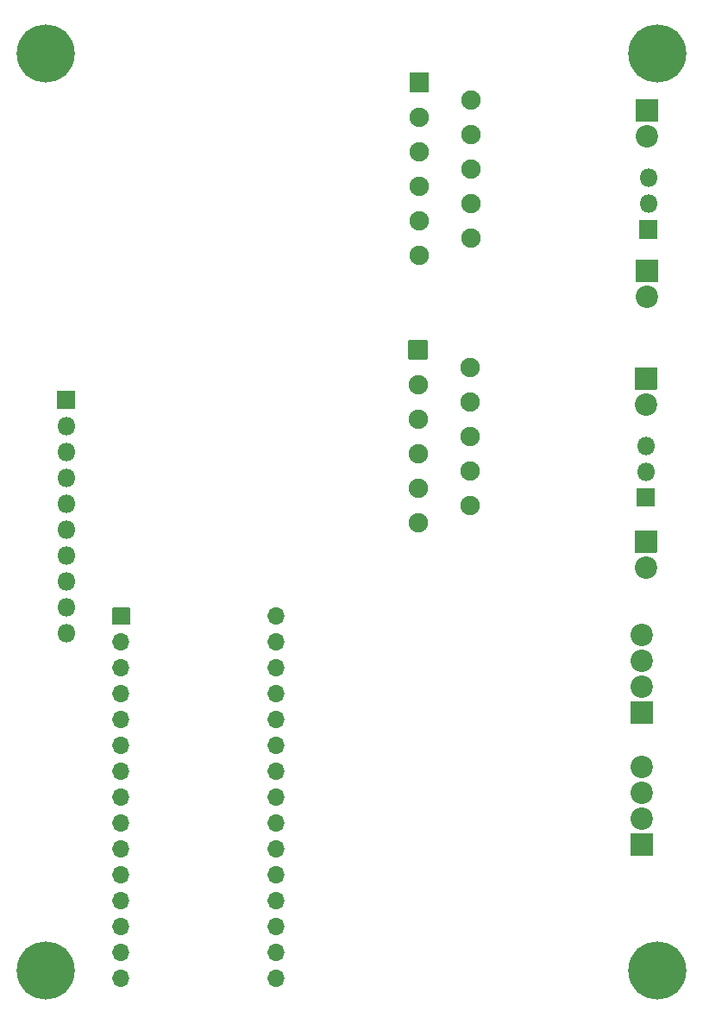
<source format=gbr>
%TF.GenerationSoftware,KiCad,Pcbnew,5.1.10-1.fc34*%
%TF.CreationDate,2021-06-08T11:51:25-04:00*%
%TF.ProjectId,BREAD_Slice,42524541-445f-4536-9c69-63652e6b6963,rev?*%
%TF.SameCoordinates,Original*%
%TF.FileFunction,Soldermask,Top*%
%TF.FilePolarity,Negative*%
%FSLAX46Y46*%
G04 Gerber Fmt 4.6, Leading zero omitted, Abs format (unit mm)*
G04 Created by KiCad (PCBNEW 5.1.10-1.fc34) date 2021-06-08 11:51:25*
%MOMM*%
%LPD*%
G01*
G04 APERTURE LIST*
%ADD10O,1.900000X1.900000*%
%ADD11O,1.700000X1.700000*%
%ADD12C,2.200000*%
%ADD13O,1.800000X1.800000*%
%ADD14C,5.700000*%
G04 APERTURE END LIST*
D10*
%TO.C,U2*%
X164256000Y-64636000D03*
X169336000Y-62936000D03*
X164256000Y-61236000D03*
X169336000Y-59536000D03*
X164256000Y-57836000D03*
X169336000Y-56136000D03*
X164256000Y-54436000D03*
X169336000Y-52736000D03*
X164256000Y-51036000D03*
X169336000Y-49336000D03*
G36*
G01*
X163356000Y-46686000D02*
X165156000Y-46686000D01*
G75*
G02*
X165206000Y-46736000I0J-50000D01*
G01*
X165206000Y-48536000D01*
G75*
G02*
X165156000Y-48586000I-50000J0D01*
G01*
X163356000Y-48586000D01*
G75*
G02*
X163306000Y-48536000I0J50000D01*
G01*
X163306000Y-46736000D01*
G75*
G02*
X163356000Y-46686000I50000J0D01*
G01*
G37*
%TD*%
D11*
%TO.C,A1*%
X150240000Y-135560000D03*
X135000000Y-135560000D03*
X150240000Y-100000000D03*
X135000000Y-133020000D03*
X150240000Y-102540000D03*
X135000000Y-130480000D03*
X150240000Y-105080000D03*
X135000000Y-127940000D03*
X150240000Y-107620000D03*
X135000000Y-125400000D03*
X150240000Y-110160000D03*
X135000000Y-122860000D03*
X150240000Y-112700000D03*
X135000000Y-120320000D03*
X150240000Y-115240000D03*
X135000000Y-117780000D03*
X150240000Y-117780000D03*
X135000000Y-115240000D03*
X150240000Y-120320000D03*
X135000000Y-112700000D03*
X150240000Y-122860000D03*
X135000000Y-110160000D03*
X150240000Y-125400000D03*
X135000000Y-107620000D03*
X150240000Y-127940000D03*
X135000000Y-105080000D03*
X150240000Y-130480000D03*
X135000000Y-102540000D03*
X150240000Y-133020000D03*
G36*
G01*
X134150000Y-100800000D02*
X134150000Y-99200000D01*
G75*
G02*
X134200000Y-99150000I50000J0D01*
G01*
X135800000Y-99150000D01*
G75*
G02*
X135850000Y-99200000I0J-50000D01*
G01*
X135850000Y-100800000D01*
G75*
G02*
X135800000Y-100850000I-50000J0D01*
G01*
X134200000Y-100850000D01*
G75*
G02*
X134150000Y-100800000I0J50000D01*
G01*
G37*
%TD*%
D10*
%TO.C,U1*%
X164129000Y-90887000D03*
X169209000Y-89187000D03*
X164129000Y-87487000D03*
X169209000Y-85787000D03*
X164129000Y-84087000D03*
X169209000Y-82387000D03*
X164129000Y-80687000D03*
X169209000Y-78987000D03*
X164129000Y-77287000D03*
X169209000Y-75587000D03*
G36*
G01*
X163229000Y-72937000D02*
X165029000Y-72937000D01*
G75*
G02*
X165079000Y-72987000I0J-50000D01*
G01*
X165079000Y-74787000D01*
G75*
G02*
X165029000Y-74837000I-50000J0D01*
G01*
X163229000Y-74837000D01*
G75*
G02*
X163179000Y-74787000I0J50000D01*
G01*
X163179000Y-72987000D01*
G75*
G02*
X163229000Y-72937000I50000J0D01*
G01*
G37*
%TD*%
D12*
%TO.C,J9*%
X186608000Y-68680000D03*
G36*
G01*
X185558000Y-65040000D02*
X187658000Y-65040000D01*
G75*
G02*
X187708000Y-65090000I0J-50000D01*
G01*
X187708000Y-67190000D01*
G75*
G02*
X187658000Y-67240000I-50000J0D01*
G01*
X185558000Y-67240000D01*
G75*
G02*
X185508000Y-67190000I0J50000D01*
G01*
X185508000Y-65090000D01*
G75*
G02*
X185558000Y-65040000I50000J0D01*
G01*
G37*
%TD*%
%TO.C,J8*%
X186481000Y-95223000D03*
G36*
G01*
X185431000Y-91583000D02*
X187531000Y-91583000D01*
G75*
G02*
X187581000Y-91633000I0J-50000D01*
G01*
X187581000Y-93733000D01*
G75*
G02*
X187531000Y-93783000I-50000J0D01*
G01*
X185431000Y-93783000D01*
G75*
G02*
X185381000Y-93733000I0J50000D01*
G01*
X185381000Y-91633000D01*
G75*
G02*
X185431000Y-91583000I50000J0D01*
G01*
G37*
%TD*%
%TO.C,J7*%
X186608000Y-52932000D03*
G36*
G01*
X185558000Y-49292000D02*
X187658000Y-49292000D01*
G75*
G02*
X187708000Y-49342000I0J-50000D01*
G01*
X187708000Y-51442000D01*
G75*
G02*
X187658000Y-51492000I-50000J0D01*
G01*
X185558000Y-51492000D01*
G75*
G02*
X185508000Y-51442000I0J50000D01*
G01*
X185508000Y-49342000D01*
G75*
G02*
X185558000Y-49292000I50000J0D01*
G01*
G37*
%TD*%
%TO.C,J6*%
X186481000Y-79221000D03*
G36*
G01*
X185431000Y-75581000D02*
X187531000Y-75581000D01*
G75*
G02*
X187581000Y-75631000I0J-50000D01*
G01*
X187581000Y-77731000D01*
G75*
G02*
X187531000Y-77781000I-50000J0D01*
G01*
X185431000Y-77781000D01*
G75*
G02*
X185381000Y-77731000I0J50000D01*
G01*
X185381000Y-75631000D01*
G75*
G02*
X185431000Y-75581000I50000J0D01*
G01*
G37*
%TD*%
D13*
%TO.C,J5*%
X186735000Y-56996000D03*
X186735000Y-59536000D03*
G36*
G01*
X187635000Y-61226000D02*
X187635000Y-62926000D01*
G75*
G02*
X187585000Y-62976000I-50000J0D01*
G01*
X185885000Y-62976000D01*
G75*
G02*
X185835000Y-62926000I0J50000D01*
G01*
X185835000Y-61226000D01*
G75*
G02*
X185885000Y-61176000I50000J0D01*
G01*
X187585000Y-61176000D01*
G75*
G02*
X187635000Y-61226000I0J-50000D01*
G01*
G37*
%TD*%
%TO.C,J4*%
X186481000Y-83285000D03*
X186481000Y-85825000D03*
G36*
G01*
X187381000Y-87515000D02*
X187381000Y-89215000D01*
G75*
G02*
X187331000Y-89265000I-50000J0D01*
G01*
X185631000Y-89265000D01*
G75*
G02*
X185581000Y-89215000I0J50000D01*
G01*
X185581000Y-87515000D01*
G75*
G02*
X185631000Y-87465000I50000J0D01*
G01*
X187331000Y-87465000D01*
G75*
G02*
X187381000Y-87515000I0J-50000D01*
G01*
G37*
%TD*%
D12*
%TO.C,J3*%
X186100000Y-101827000D03*
X186100000Y-104367000D03*
X186100000Y-106907000D03*
G36*
G01*
X187150000Y-110547000D02*
X185050000Y-110547000D01*
G75*
G02*
X185000000Y-110497000I0J50000D01*
G01*
X185000000Y-108397000D01*
G75*
G02*
X185050000Y-108347000I50000J0D01*
G01*
X187150000Y-108347000D01*
G75*
G02*
X187200000Y-108397000I0J-50000D01*
G01*
X187200000Y-110497000D01*
G75*
G02*
X187150000Y-110547000I-50000J0D01*
G01*
G37*
%TD*%
%TO.C,J2*%
X186100000Y-114781000D03*
X186100000Y-117321000D03*
X186100000Y-119861000D03*
G36*
G01*
X187150000Y-123501000D02*
X185050000Y-123501000D01*
G75*
G02*
X185000000Y-123451000I0J50000D01*
G01*
X185000000Y-121351000D01*
G75*
G02*
X185050000Y-121301000I50000J0D01*
G01*
X187150000Y-121301000D01*
G75*
G02*
X187200000Y-121351000I0J-50000D01*
G01*
X187200000Y-123451000D01*
G75*
G02*
X187150000Y-123501000I-50000J0D01*
G01*
G37*
%TD*%
D14*
%TO.C,H4*%
X187600000Y-134800000D03*
%TD*%
%TO.C,H3*%
X127600000Y-134800000D03*
%TD*%
%TO.C,H2*%
X187600000Y-44800000D03*
%TD*%
%TO.C,H1*%
X127600000Y-44800000D03*
%TD*%
%TO.C,A1*%
G36*
G01*
X134150000Y-100800000D02*
X134150000Y-99200000D01*
G75*
G02*
X134200000Y-99150000I50000J0D01*
G01*
X135800000Y-99150000D01*
G75*
G02*
X135850000Y-99200000I0J-50000D01*
G01*
X135850000Y-100800000D01*
G75*
G02*
X135800000Y-100850000I-50000J0D01*
G01*
X134200000Y-100850000D01*
G75*
G02*
X134150000Y-100800000I0J50000D01*
G01*
G37*
D11*
X150240000Y-133020000D03*
X135000000Y-102540000D03*
X150240000Y-130480000D03*
X135000000Y-105080000D03*
X150240000Y-127940000D03*
X135000000Y-107620000D03*
X150240000Y-125400000D03*
X135000000Y-110160000D03*
X150240000Y-122860000D03*
X135000000Y-112700000D03*
X150240000Y-120320000D03*
X135000000Y-115240000D03*
X150240000Y-117780000D03*
X135000000Y-117780000D03*
X150240000Y-115240000D03*
X135000000Y-120320000D03*
X150240000Y-112700000D03*
X135000000Y-122860000D03*
X150240000Y-110160000D03*
X135000000Y-125400000D03*
X150240000Y-107620000D03*
X135000000Y-127940000D03*
X150240000Y-105080000D03*
X135000000Y-130480000D03*
X150240000Y-102540000D03*
X135000000Y-133020000D03*
X150240000Y-100000000D03*
X135000000Y-135560000D03*
X150240000Y-135560000D03*
%TD*%
%TO.C,J1*%
G36*
G01*
X128700000Y-79650000D02*
X128700000Y-77950000D01*
G75*
G02*
X128750000Y-77900000I50000J0D01*
G01*
X130450000Y-77900000D01*
G75*
G02*
X130500000Y-77950000I0J-50000D01*
G01*
X130500000Y-79650000D01*
G75*
G02*
X130450000Y-79700000I-50000J0D01*
G01*
X128750000Y-79700000D01*
G75*
G02*
X128700000Y-79650000I0J50000D01*
G01*
G37*
D13*
X129600000Y-81340000D03*
X129600000Y-83880000D03*
X129600000Y-86420000D03*
X129600000Y-88960000D03*
X129600000Y-91500000D03*
X129600000Y-94040000D03*
X129600000Y-96580000D03*
X129600000Y-99120000D03*
X129600000Y-101660000D03*
%TD*%
M02*

</source>
